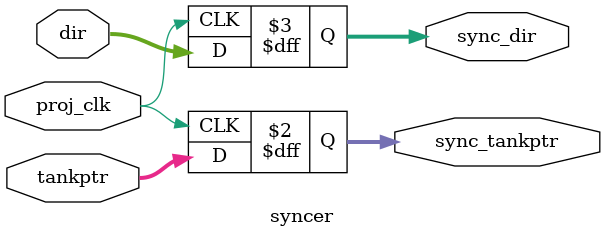
<source format=v>
`timescale 1ns / 1ps


module syncer(input proj_clk, input [31:0] tankptr, input [3:0] dir, output reg [31:0] sync_tankptr,
output reg [3:0] sync_dir);
always @ (posedge proj_clk)
begin
sync_dir <= dir;
sync_tankptr <= tankptr;
end
endmodule

</source>
